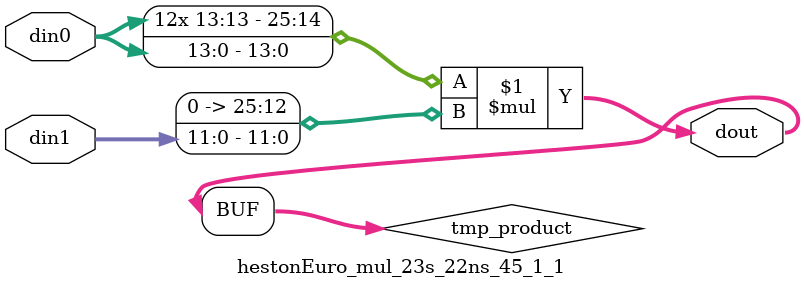
<source format=v>

`timescale 1 ns / 1 ps

  module hestonEuro_mul_23s_22ns_45_1_1(din0, din1, dout);
parameter ID = 1;
parameter NUM_STAGE = 0;
parameter din0_WIDTH = 14;
parameter din1_WIDTH = 12;
parameter dout_WIDTH = 26;

input [din0_WIDTH - 1 : 0] din0; 
input [din1_WIDTH - 1 : 0] din1; 
output [dout_WIDTH - 1 : 0] dout;

wire signed [dout_WIDTH - 1 : 0] tmp_product;












assign tmp_product = $signed(din0) * $signed({1'b0, din1});









assign dout = tmp_product;







endmodule

</source>
